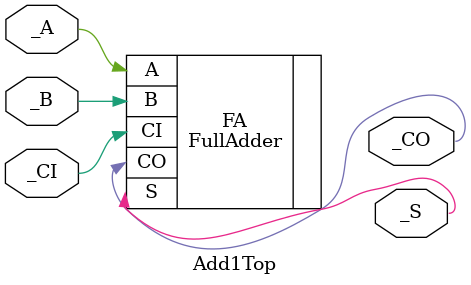
<source format=v>
`timescale 1ns / 1ps


module Add1Top
(
    input wire _A,
    input wire _B,
    input wire _CI,
    output wire _S,
    output wire _CO
);
FullAdder FA
(
    .A(_A),
    .B(_B),
    .CI(_CI),
    .S(_S),
    .CO(_CO)
);
endmodule

</source>
